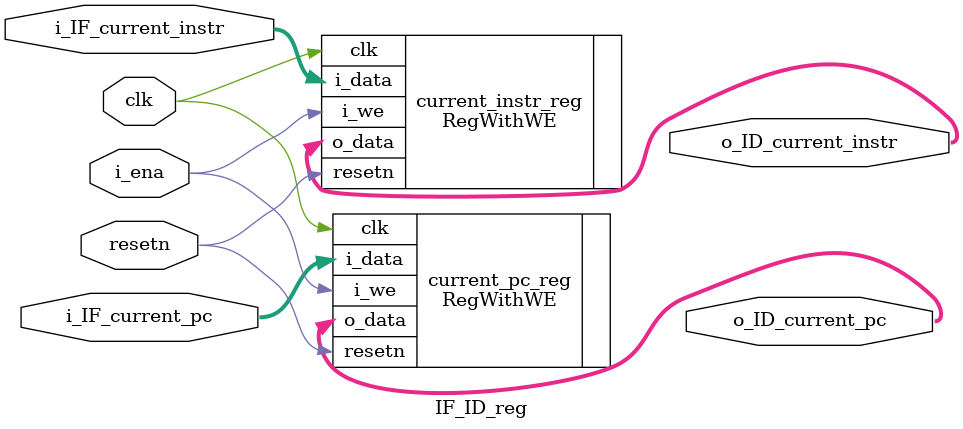
<source format=v>
module IF_ID_reg (
    input wire clk,
    input wire resetn,
    
    input wire i_ena,

    input wire[31:0] i_IF_current_pc,
    input wire[31:0] i_IF_current_instr,

    output wire[31:0] o_ID_current_pc,
    output wire[31:0] o_ID_current_instr
);
    RegWithWE #(32) current_instr_reg(
        .clk(clk),
        .resetn(resetn),
        
        .i_we(i_ena),

        .i_data(i_IF_current_instr),
        .o_data(o_ID_current_instr)
    );

    RegWithWE #(32) current_pc_reg(
        .clk(clk),
        .resetn(resetn),
        
        .i_we(i_ena),

        .i_data(i_IF_current_pc),
        .o_data(o_ID_current_pc)
    );

endmodule
</source>
